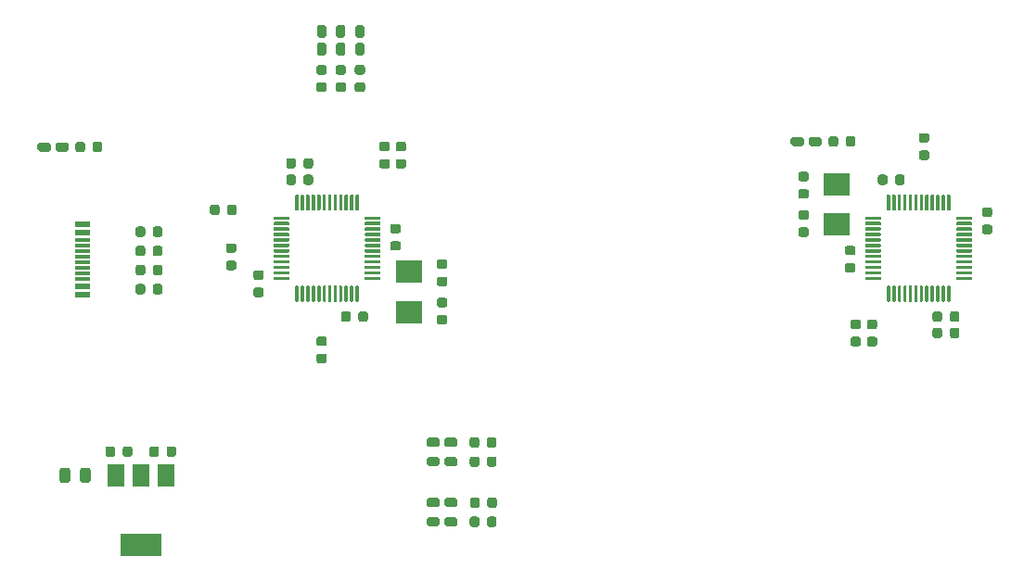
<source format=gbr>
%TF.GenerationSoftware,KiCad,Pcbnew,(5.1.6)-1*%
%TF.CreationDate,2020-09-28T21:59:18+02:00*%
%TF.ProjectId,BMP-Arduino,424d502d-4172-4647-9569-6e6f2e6b6963,0.1*%
%TF.SameCoordinates,Original*%
%TF.FileFunction,Paste,Top*%
%TF.FilePolarity,Positive*%
%FSLAX46Y46*%
G04 Gerber Fmt 4.6, Leading zero omitted, Abs format (unit mm)*
G04 Created by KiCad (PCBNEW (5.1.6)-1) date 2020-09-28 21:59:18*
%MOMM*%
%LPD*%
G01*
G04 APERTURE LIST*
%ADD10R,2.400000X2.000000*%
%ADD11R,1.450000X0.600000*%
%ADD12R,1.450000X0.300000*%
%ADD13R,1.500000X2.000000*%
%ADD14R,3.800000X2.000000*%
G04 APERTURE END LIST*
%TO.C,R9*%
G36*
G01*
X133685000Y-98991250D02*
X133685000Y-98478750D01*
G75*
G02*
X133903750Y-98260000I218750J0D01*
G01*
X134341250Y-98260000D01*
G75*
G02*
X134560000Y-98478750I0J-218750D01*
G01*
X134560000Y-98991250D01*
G75*
G02*
X134341250Y-99210000I-218750J0D01*
G01*
X133903750Y-99210000D01*
G75*
G02*
X133685000Y-98991250I0J218750D01*
G01*
G37*
G36*
G01*
X132110000Y-98991250D02*
X132110000Y-98478750D01*
G75*
G02*
X132328750Y-98260000I218750J0D01*
G01*
X132766250Y-98260000D01*
G75*
G02*
X132985000Y-98478750I0J-218750D01*
G01*
X132985000Y-98991250D01*
G75*
G02*
X132766250Y-99210000I-218750J0D01*
G01*
X132328750Y-99210000D01*
G75*
G02*
X132110000Y-98991250I0J218750D01*
G01*
G37*
%TD*%
%TO.C,R8*%
G36*
G01*
X133685000Y-100741250D02*
X133685000Y-100228750D01*
G75*
G02*
X133903750Y-100010000I218750J0D01*
G01*
X134341250Y-100010000D01*
G75*
G02*
X134560000Y-100228750I0J-218750D01*
G01*
X134560000Y-100741250D01*
G75*
G02*
X134341250Y-100960000I-218750J0D01*
G01*
X133903750Y-100960000D01*
G75*
G02*
X133685000Y-100741250I0J218750D01*
G01*
G37*
G36*
G01*
X132110000Y-100741250D02*
X132110000Y-100228750D01*
G75*
G02*
X132328750Y-100010000I218750J0D01*
G01*
X132766250Y-100010000D01*
G75*
G02*
X132985000Y-100228750I0J-218750D01*
G01*
X132985000Y-100741250D01*
G75*
G02*
X132766250Y-100960000I-218750J0D01*
G01*
X132328750Y-100960000D01*
G75*
G02*
X132110000Y-100741250I0J218750D01*
G01*
G37*
%TD*%
%TO.C,R7*%
G36*
G01*
X133722500Y-104491250D02*
X133722500Y-103978750D01*
G75*
G02*
X133941250Y-103760000I218750J0D01*
G01*
X134378750Y-103760000D01*
G75*
G02*
X134597500Y-103978750I0J-218750D01*
G01*
X134597500Y-104491250D01*
G75*
G02*
X134378750Y-104710000I-218750J0D01*
G01*
X133941250Y-104710000D01*
G75*
G02*
X133722500Y-104491250I0J218750D01*
G01*
G37*
G36*
G01*
X132147500Y-104491250D02*
X132147500Y-103978750D01*
G75*
G02*
X132366250Y-103760000I218750J0D01*
G01*
X132803750Y-103760000D01*
G75*
G02*
X133022500Y-103978750I0J-218750D01*
G01*
X133022500Y-104491250D01*
G75*
G02*
X132803750Y-104710000I-218750J0D01*
G01*
X132366250Y-104710000D01*
G75*
G02*
X132147500Y-104491250I0J218750D01*
G01*
G37*
%TD*%
%TO.C,R6*%
G36*
G01*
X133685000Y-106241250D02*
X133685000Y-105728750D01*
G75*
G02*
X133903750Y-105510000I218750J0D01*
G01*
X134341250Y-105510000D01*
G75*
G02*
X134560000Y-105728750I0J-218750D01*
G01*
X134560000Y-106241250D01*
G75*
G02*
X134341250Y-106460000I-218750J0D01*
G01*
X133903750Y-106460000D01*
G75*
G02*
X133685000Y-106241250I0J218750D01*
G01*
G37*
G36*
G01*
X132110000Y-106241250D02*
X132110000Y-105728750D01*
G75*
G02*
X132328750Y-105510000I218750J0D01*
G01*
X132766250Y-105510000D01*
G75*
G02*
X132985000Y-105728750I0J-218750D01*
G01*
X132985000Y-106241250D01*
G75*
G02*
X132766250Y-106460000I-218750J0D01*
G01*
X132328750Y-106460000D01*
G75*
G02*
X132110000Y-106241250I0J218750D01*
G01*
G37*
%TD*%
%TO.C,D5*%
G36*
G01*
X129785000Y-98947500D02*
X129785000Y-98522500D01*
G75*
G02*
X129997500Y-98310000I212500J0D01*
G01*
X130797500Y-98310000D01*
G75*
G02*
X131010000Y-98522500I0J-212500D01*
G01*
X131010000Y-98947500D01*
G75*
G02*
X130797500Y-99160000I-212500J0D01*
G01*
X129997500Y-99160000D01*
G75*
G02*
X129785000Y-98947500I0J212500D01*
G01*
G37*
G36*
G01*
X128160000Y-98947500D02*
X128160000Y-98522500D01*
G75*
G02*
X128372500Y-98310000I212500J0D01*
G01*
X129172500Y-98310000D01*
G75*
G02*
X129385000Y-98522500I0J-212500D01*
G01*
X129385000Y-98947500D01*
G75*
G02*
X129172500Y-99160000I-212500J0D01*
G01*
X128372500Y-99160000D01*
G75*
G02*
X128160000Y-98947500I0J212500D01*
G01*
G37*
%TD*%
%TO.C,D4*%
G36*
G01*
X129785000Y-100697500D02*
X129785000Y-100272500D01*
G75*
G02*
X129997500Y-100060000I212500J0D01*
G01*
X130797500Y-100060000D01*
G75*
G02*
X131010000Y-100272500I0J-212500D01*
G01*
X131010000Y-100697500D01*
G75*
G02*
X130797500Y-100910000I-212500J0D01*
G01*
X129997500Y-100910000D01*
G75*
G02*
X129785000Y-100697500I0J212500D01*
G01*
G37*
G36*
G01*
X128160000Y-100697500D02*
X128160000Y-100272500D01*
G75*
G02*
X128372500Y-100060000I212500J0D01*
G01*
X129172500Y-100060000D01*
G75*
G02*
X129385000Y-100272500I0J-212500D01*
G01*
X129385000Y-100697500D01*
G75*
G02*
X129172500Y-100910000I-212500J0D01*
G01*
X128372500Y-100910000D01*
G75*
G02*
X128160000Y-100697500I0J212500D01*
G01*
G37*
%TD*%
%TO.C,D3*%
G36*
G01*
X129785000Y-104447500D02*
X129785000Y-104022500D01*
G75*
G02*
X129997500Y-103810000I212500J0D01*
G01*
X130797500Y-103810000D01*
G75*
G02*
X131010000Y-104022500I0J-212500D01*
G01*
X131010000Y-104447500D01*
G75*
G02*
X130797500Y-104660000I-212500J0D01*
G01*
X129997500Y-104660000D01*
G75*
G02*
X129785000Y-104447500I0J212500D01*
G01*
G37*
G36*
G01*
X128160000Y-104447500D02*
X128160000Y-104022500D01*
G75*
G02*
X128372500Y-103810000I212500J0D01*
G01*
X129172500Y-103810000D01*
G75*
G02*
X129385000Y-104022500I0J-212500D01*
G01*
X129385000Y-104447500D01*
G75*
G02*
X129172500Y-104660000I-212500J0D01*
G01*
X128372500Y-104660000D01*
G75*
G02*
X128160000Y-104447500I0J212500D01*
G01*
G37*
%TD*%
%TO.C,D2*%
G36*
G01*
X129785000Y-106197500D02*
X129785000Y-105772500D01*
G75*
G02*
X129997500Y-105560000I212500J0D01*
G01*
X130797500Y-105560000D01*
G75*
G02*
X131010000Y-105772500I0J-212500D01*
G01*
X131010000Y-106197500D01*
G75*
G02*
X130797500Y-106410000I-212500J0D01*
G01*
X129997500Y-106410000D01*
G75*
G02*
X129785000Y-106197500I0J212500D01*
G01*
G37*
G36*
G01*
X128160000Y-106197500D02*
X128160000Y-105772500D01*
G75*
G02*
X128372500Y-105560000I212500J0D01*
G01*
X129172500Y-105560000D01*
G75*
G02*
X129385000Y-105772500I0J-212500D01*
G01*
X129385000Y-106197500D01*
G75*
G02*
X129172500Y-106410000I-212500J0D01*
G01*
X128372500Y-106410000D01*
G75*
G02*
X128160000Y-106197500I0J212500D01*
G01*
G37*
%TD*%
%TO.C,U2*%
G36*
G01*
X121985000Y-84485000D02*
X121985000Y-85810000D01*
G75*
G02*
X121910000Y-85885000I-75000J0D01*
G01*
X121760000Y-85885000D01*
G75*
G02*
X121685000Y-85810000I0J75000D01*
G01*
X121685000Y-84485000D01*
G75*
G02*
X121760000Y-84410000I75000J0D01*
G01*
X121910000Y-84410000D01*
G75*
G02*
X121985000Y-84485000I0J-75000D01*
G01*
G37*
G36*
G01*
X121485000Y-84485000D02*
X121485000Y-85810000D01*
G75*
G02*
X121410000Y-85885000I-75000J0D01*
G01*
X121260000Y-85885000D01*
G75*
G02*
X121185000Y-85810000I0J75000D01*
G01*
X121185000Y-84485000D01*
G75*
G02*
X121260000Y-84410000I75000J0D01*
G01*
X121410000Y-84410000D01*
G75*
G02*
X121485000Y-84485000I0J-75000D01*
G01*
G37*
G36*
G01*
X120985000Y-84485000D02*
X120985000Y-85810000D01*
G75*
G02*
X120910000Y-85885000I-75000J0D01*
G01*
X120760000Y-85885000D01*
G75*
G02*
X120685000Y-85810000I0J75000D01*
G01*
X120685000Y-84485000D01*
G75*
G02*
X120760000Y-84410000I75000J0D01*
G01*
X120910000Y-84410000D01*
G75*
G02*
X120985000Y-84485000I0J-75000D01*
G01*
G37*
G36*
G01*
X120485000Y-84485000D02*
X120485000Y-85810000D01*
G75*
G02*
X120410000Y-85885000I-75000J0D01*
G01*
X120260000Y-85885000D01*
G75*
G02*
X120185000Y-85810000I0J75000D01*
G01*
X120185000Y-84485000D01*
G75*
G02*
X120260000Y-84410000I75000J0D01*
G01*
X120410000Y-84410000D01*
G75*
G02*
X120485000Y-84485000I0J-75000D01*
G01*
G37*
G36*
G01*
X119985000Y-84485000D02*
X119985000Y-85810000D01*
G75*
G02*
X119910000Y-85885000I-75000J0D01*
G01*
X119760000Y-85885000D01*
G75*
G02*
X119685000Y-85810000I0J75000D01*
G01*
X119685000Y-84485000D01*
G75*
G02*
X119760000Y-84410000I75000J0D01*
G01*
X119910000Y-84410000D01*
G75*
G02*
X119985000Y-84485000I0J-75000D01*
G01*
G37*
G36*
G01*
X119485000Y-84485000D02*
X119485000Y-85810000D01*
G75*
G02*
X119410000Y-85885000I-75000J0D01*
G01*
X119260000Y-85885000D01*
G75*
G02*
X119185000Y-85810000I0J75000D01*
G01*
X119185000Y-84485000D01*
G75*
G02*
X119260000Y-84410000I75000J0D01*
G01*
X119410000Y-84410000D01*
G75*
G02*
X119485000Y-84485000I0J-75000D01*
G01*
G37*
G36*
G01*
X118985000Y-84485000D02*
X118985000Y-85810000D01*
G75*
G02*
X118910000Y-85885000I-75000J0D01*
G01*
X118760000Y-85885000D01*
G75*
G02*
X118685000Y-85810000I0J75000D01*
G01*
X118685000Y-84485000D01*
G75*
G02*
X118760000Y-84410000I75000J0D01*
G01*
X118910000Y-84410000D01*
G75*
G02*
X118985000Y-84485000I0J-75000D01*
G01*
G37*
G36*
G01*
X118485000Y-84485000D02*
X118485000Y-85810000D01*
G75*
G02*
X118410000Y-85885000I-75000J0D01*
G01*
X118260000Y-85885000D01*
G75*
G02*
X118185000Y-85810000I0J75000D01*
G01*
X118185000Y-84485000D01*
G75*
G02*
X118260000Y-84410000I75000J0D01*
G01*
X118410000Y-84410000D01*
G75*
G02*
X118485000Y-84485000I0J-75000D01*
G01*
G37*
G36*
G01*
X117985000Y-84485000D02*
X117985000Y-85810000D01*
G75*
G02*
X117910000Y-85885000I-75000J0D01*
G01*
X117760000Y-85885000D01*
G75*
G02*
X117685000Y-85810000I0J75000D01*
G01*
X117685000Y-84485000D01*
G75*
G02*
X117760000Y-84410000I75000J0D01*
G01*
X117910000Y-84410000D01*
G75*
G02*
X117985000Y-84485000I0J-75000D01*
G01*
G37*
G36*
G01*
X117485000Y-84485000D02*
X117485000Y-85810000D01*
G75*
G02*
X117410000Y-85885000I-75000J0D01*
G01*
X117260000Y-85885000D01*
G75*
G02*
X117185000Y-85810000I0J75000D01*
G01*
X117185000Y-84485000D01*
G75*
G02*
X117260000Y-84410000I75000J0D01*
G01*
X117410000Y-84410000D01*
G75*
G02*
X117485000Y-84485000I0J-75000D01*
G01*
G37*
G36*
G01*
X116985000Y-84485000D02*
X116985000Y-85810000D01*
G75*
G02*
X116910000Y-85885000I-75000J0D01*
G01*
X116760000Y-85885000D01*
G75*
G02*
X116685000Y-85810000I0J75000D01*
G01*
X116685000Y-84485000D01*
G75*
G02*
X116760000Y-84410000I75000J0D01*
G01*
X116910000Y-84410000D01*
G75*
G02*
X116985000Y-84485000I0J-75000D01*
G01*
G37*
G36*
G01*
X116485000Y-84485000D02*
X116485000Y-85810000D01*
G75*
G02*
X116410000Y-85885000I-75000J0D01*
G01*
X116260000Y-85885000D01*
G75*
G02*
X116185000Y-85810000I0J75000D01*
G01*
X116185000Y-84485000D01*
G75*
G02*
X116260000Y-84410000I75000J0D01*
G01*
X116410000Y-84410000D01*
G75*
G02*
X116485000Y-84485000I0J-75000D01*
G01*
G37*
G36*
G01*
X115660000Y-83660000D02*
X115660000Y-83810000D01*
G75*
G02*
X115585000Y-83885000I-75000J0D01*
G01*
X114260000Y-83885000D01*
G75*
G02*
X114185000Y-83810000I0J75000D01*
G01*
X114185000Y-83660000D01*
G75*
G02*
X114260000Y-83585000I75000J0D01*
G01*
X115585000Y-83585000D01*
G75*
G02*
X115660000Y-83660000I0J-75000D01*
G01*
G37*
G36*
G01*
X115660000Y-83160000D02*
X115660000Y-83310000D01*
G75*
G02*
X115585000Y-83385000I-75000J0D01*
G01*
X114260000Y-83385000D01*
G75*
G02*
X114185000Y-83310000I0J75000D01*
G01*
X114185000Y-83160000D01*
G75*
G02*
X114260000Y-83085000I75000J0D01*
G01*
X115585000Y-83085000D01*
G75*
G02*
X115660000Y-83160000I0J-75000D01*
G01*
G37*
G36*
G01*
X115660000Y-82660000D02*
X115660000Y-82810000D01*
G75*
G02*
X115585000Y-82885000I-75000J0D01*
G01*
X114260000Y-82885000D01*
G75*
G02*
X114185000Y-82810000I0J75000D01*
G01*
X114185000Y-82660000D01*
G75*
G02*
X114260000Y-82585000I75000J0D01*
G01*
X115585000Y-82585000D01*
G75*
G02*
X115660000Y-82660000I0J-75000D01*
G01*
G37*
G36*
G01*
X115660000Y-82160000D02*
X115660000Y-82310000D01*
G75*
G02*
X115585000Y-82385000I-75000J0D01*
G01*
X114260000Y-82385000D01*
G75*
G02*
X114185000Y-82310000I0J75000D01*
G01*
X114185000Y-82160000D01*
G75*
G02*
X114260000Y-82085000I75000J0D01*
G01*
X115585000Y-82085000D01*
G75*
G02*
X115660000Y-82160000I0J-75000D01*
G01*
G37*
G36*
G01*
X115660000Y-81660000D02*
X115660000Y-81810000D01*
G75*
G02*
X115585000Y-81885000I-75000J0D01*
G01*
X114260000Y-81885000D01*
G75*
G02*
X114185000Y-81810000I0J75000D01*
G01*
X114185000Y-81660000D01*
G75*
G02*
X114260000Y-81585000I75000J0D01*
G01*
X115585000Y-81585000D01*
G75*
G02*
X115660000Y-81660000I0J-75000D01*
G01*
G37*
G36*
G01*
X115660000Y-81160000D02*
X115660000Y-81310000D01*
G75*
G02*
X115585000Y-81385000I-75000J0D01*
G01*
X114260000Y-81385000D01*
G75*
G02*
X114185000Y-81310000I0J75000D01*
G01*
X114185000Y-81160000D01*
G75*
G02*
X114260000Y-81085000I75000J0D01*
G01*
X115585000Y-81085000D01*
G75*
G02*
X115660000Y-81160000I0J-75000D01*
G01*
G37*
G36*
G01*
X115660000Y-80660000D02*
X115660000Y-80810000D01*
G75*
G02*
X115585000Y-80885000I-75000J0D01*
G01*
X114260000Y-80885000D01*
G75*
G02*
X114185000Y-80810000I0J75000D01*
G01*
X114185000Y-80660000D01*
G75*
G02*
X114260000Y-80585000I75000J0D01*
G01*
X115585000Y-80585000D01*
G75*
G02*
X115660000Y-80660000I0J-75000D01*
G01*
G37*
G36*
G01*
X115660000Y-80160000D02*
X115660000Y-80310000D01*
G75*
G02*
X115585000Y-80385000I-75000J0D01*
G01*
X114260000Y-80385000D01*
G75*
G02*
X114185000Y-80310000I0J75000D01*
G01*
X114185000Y-80160000D01*
G75*
G02*
X114260000Y-80085000I75000J0D01*
G01*
X115585000Y-80085000D01*
G75*
G02*
X115660000Y-80160000I0J-75000D01*
G01*
G37*
G36*
G01*
X115660000Y-79660000D02*
X115660000Y-79810000D01*
G75*
G02*
X115585000Y-79885000I-75000J0D01*
G01*
X114260000Y-79885000D01*
G75*
G02*
X114185000Y-79810000I0J75000D01*
G01*
X114185000Y-79660000D01*
G75*
G02*
X114260000Y-79585000I75000J0D01*
G01*
X115585000Y-79585000D01*
G75*
G02*
X115660000Y-79660000I0J-75000D01*
G01*
G37*
G36*
G01*
X115660000Y-79160000D02*
X115660000Y-79310000D01*
G75*
G02*
X115585000Y-79385000I-75000J0D01*
G01*
X114260000Y-79385000D01*
G75*
G02*
X114185000Y-79310000I0J75000D01*
G01*
X114185000Y-79160000D01*
G75*
G02*
X114260000Y-79085000I75000J0D01*
G01*
X115585000Y-79085000D01*
G75*
G02*
X115660000Y-79160000I0J-75000D01*
G01*
G37*
G36*
G01*
X115660000Y-78660000D02*
X115660000Y-78810000D01*
G75*
G02*
X115585000Y-78885000I-75000J0D01*
G01*
X114260000Y-78885000D01*
G75*
G02*
X114185000Y-78810000I0J75000D01*
G01*
X114185000Y-78660000D01*
G75*
G02*
X114260000Y-78585000I75000J0D01*
G01*
X115585000Y-78585000D01*
G75*
G02*
X115660000Y-78660000I0J-75000D01*
G01*
G37*
G36*
G01*
X115660000Y-78160000D02*
X115660000Y-78310000D01*
G75*
G02*
X115585000Y-78385000I-75000J0D01*
G01*
X114260000Y-78385000D01*
G75*
G02*
X114185000Y-78310000I0J75000D01*
G01*
X114185000Y-78160000D01*
G75*
G02*
X114260000Y-78085000I75000J0D01*
G01*
X115585000Y-78085000D01*
G75*
G02*
X115660000Y-78160000I0J-75000D01*
G01*
G37*
G36*
G01*
X116485000Y-76160000D02*
X116485000Y-77485000D01*
G75*
G02*
X116410000Y-77560000I-75000J0D01*
G01*
X116260000Y-77560000D01*
G75*
G02*
X116185000Y-77485000I0J75000D01*
G01*
X116185000Y-76160000D01*
G75*
G02*
X116260000Y-76085000I75000J0D01*
G01*
X116410000Y-76085000D01*
G75*
G02*
X116485000Y-76160000I0J-75000D01*
G01*
G37*
G36*
G01*
X116985000Y-76160000D02*
X116985000Y-77485000D01*
G75*
G02*
X116910000Y-77560000I-75000J0D01*
G01*
X116760000Y-77560000D01*
G75*
G02*
X116685000Y-77485000I0J75000D01*
G01*
X116685000Y-76160000D01*
G75*
G02*
X116760000Y-76085000I75000J0D01*
G01*
X116910000Y-76085000D01*
G75*
G02*
X116985000Y-76160000I0J-75000D01*
G01*
G37*
G36*
G01*
X117485000Y-76160000D02*
X117485000Y-77485000D01*
G75*
G02*
X117410000Y-77560000I-75000J0D01*
G01*
X117260000Y-77560000D01*
G75*
G02*
X117185000Y-77485000I0J75000D01*
G01*
X117185000Y-76160000D01*
G75*
G02*
X117260000Y-76085000I75000J0D01*
G01*
X117410000Y-76085000D01*
G75*
G02*
X117485000Y-76160000I0J-75000D01*
G01*
G37*
G36*
G01*
X117985000Y-76160000D02*
X117985000Y-77485000D01*
G75*
G02*
X117910000Y-77560000I-75000J0D01*
G01*
X117760000Y-77560000D01*
G75*
G02*
X117685000Y-77485000I0J75000D01*
G01*
X117685000Y-76160000D01*
G75*
G02*
X117760000Y-76085000I75000J0D01*
G01*
X117910000Y-76085000D01*
G75*
G02*
X117985000Y-76160000I0J-75000D01*
G01*
G37*
G36*
G01*
X118485000Y-76160000D02*
X118485000Y-77485000D01*
G75*
G02*
X118410000Y-77560000I-75000J0D01*
G01*
X118260000Y-77560000D01*
G75*
G02*
X118185000Y-77485000I0J75000D01*
G01*
X118185000Y-76160000D01*
G75*
G02*
X118260000Y-76085000I75000J0D01*
G01*
X118410000Y-76085000D01*
G75*
G02*
X118485000Y-76160000I0J-75000D01*
G01*
G37*
G36*
G01*
X118985000Y-76160000D02*
X118985000Y-77485000D01*
G75*
G02*
X118910000Y-77560000I-75000J0D01*
G01*
X118760000Y-77560000D01*
G75*
G02*
X118685000Y-77485000I0J75000D01*
G01*
X118685000Y-76160000D01*
G75*
G02*
X118760000Y-76085000I75000J0D01*
G01*
X118910000Y-76085000D01*
G75*
G02*
X118985000Y-76160000I0J-75000D01*
G01*
G37*
G36*
G01*
X119485000Y-76160000D02*
X119485000Y-77485000D01*
G75*
G02*
X119410000Y-77560000I-75000J0D01*
G01*
X119260000Y-77560000D01*
G75*
G02*
X119185000Y-77485000I0J75000D01*
G01*
X119185000Y-76160000D01*
G75*
G02*
X119260000Y-76085000I75000J0D01*
G01*
X119410000Y-76085000D01*
G75*
G02*
X119485000Y-76160000I0J-75000D01*
G01*
G37*
G36*
G01*
X119985000Y-76160000D02*
X119985000Y-77485000D01*
G75*
G02*
X119910000Y-77560000I-75000J0D01*
G01*
X119760000Y-77560000D01*
G75*
G02*
X119685000Y-77485000I0J75000D01*
G01*
X119685000Y-76160000D01*
G75*
G02*
X119760000Y-76085000I75000J0D01*
G01*
X119910000Y-76085000D01*
G75*
G02*
X119985000Y-76160000I0J-75000D01*
G01*
G37*
G36*
G01*
X120485000Y-76160000D02*
X120485000Y-77485000D01*
G75*
G02*
X120410000Y-77560000I-75000J0D01*
G01*
X120260000Y-77560000D01*
G75*
G02*
X120185000Y-77485000I0J75000D01*
G01*
X120185000Y-76160000D01*
G75*
G02*
X120260000Y-76085000I75000J0D01*
G01*
X120410000Y-76085000D01*
G75*
G02*
X120485000Y-76160000I0J-75000D01*
G01*
G37*
G36*
G01*
X120985000Y-76160000D02*
X120985000Y-77485000D01*
G75*
G02*
X120910000Y-77560000I-75000J0D01*
G01*
X120760000Y-77560000D01*
G75*
G02*
X120685000Y-77485000I0J75000D01*
G01*
X120685000Y-76160000D01*
G75*
G02*
X120760000Y-76085000I75000J0D01*
G01*
X120910000Y-76085000D01*
G75*
G02*
X120985000Y-76160000I0J-75000D01*
G01*
G37*
G36*
G01*
X121485000Y-76160000D02*
X121485000Y-77485000D01*
G75*
G02*
X121410000Y-77560000I-75000J0D01*
G01*
X121260000Y-77560000D01*
G75*
G02*
X121185000Y-77485000I0J75000D01*
G01*
X121185000Y-76160000D01*
G75*
G02*
X121260000Y-76085000I75000J0D01*
G01*
X121410000Y-76085000D01*
G75*
G02*
X121485000Y-76160000I0J-75000D01*
G01*
G37*
G36*
G01*
X121985000Y-76160000D02*
X121985000Y-77485000D01*
G75*
G02*
X121910000Y-77560000I-75000J0D01*
G01*
X121760000Y-77560000D01*
G75*
G02*
X121685000Y-77485000I0J75000D01*
G01*
X121685000Y-76160000D01*
G75*
G02*
X121760000Y-76085000I75000J0D01*
G01*
X121910000Y-76085000D01*
G75*
G02*
X121985000Y-76160000I0J-75000D01*
G01*
G37*
G36*
G01*
X123985000Y-78160000D02*
X123985000Y-78310000D01*
G75*
G02*
X123910000Y-78385000I-75000J0D01*
G01*
X122585000Y-78385000D01*
G75*
G02*
X122510000Y-78310000I0J75000D01*
G01*
X122510000Y-78160000D01*
G75*
G02*
X122585000Y-78085000I75000J0D01*
G01*
X123910000Y-78085000D01*
G75*
G02*
X123985000Y-78160000I0J-75000D01*
G01*
G37*
G36*
G01*
X123985000Y-78660000D02*
X123985000Y-78810000D01*
G75*
G02*
X123910000Y-78885000I-75000J0D01*
G01*
X122585000Y-78885000D01*
G75*
G02*
X122510000Y-78810000I0J75000D01*
G01*
X122510000Y-78660000D01*
G75*
G02*
X122585000Y-78585000I75000J0D01*
G01*
X123910000Y-78585000D01*
G75*
G02*
X123985000Y-78660000I0J-75000D01*
G01*
G37*
G36*
G01*
X123985000Y-79160000D02*
X123985000Y-79310000D01*
G75*
G02*
X123910000Y-79385000I-75000J0D01*
G01*
X122585000Y-79385000D01*
G75*
G02*
X122510000Y-79310000I0J75000D01*
G01*
X122510000Y-79160000D01*
G75*
G02*
X122585000Y-79085000I75000J0D01*
G01*
X123910000Y-79085000D01*
G75*
G02*
X123985000Y-79160000I0J-75000D01*
G01*
G37*
G36*
G01*
X123985000Y-79660000D02*
X123985000Y-79810000D01*
G75*
G02*
X123910000Y-79885000I-75000J0D01*
G01*
X122585000Y-79885000D01*
G75*
G02*
X122510000Y-79810000I0J75000D01*
G01*
X122510000Y-79660000D01*
G75*
G02*
X122585000Y-79585000I75000J0D01*
G01*
X123910000Y-79585000D01*
G75*
G02*
X123985000Y-79660000I0J-75000D01*
G01*
G37*
G36*
G01*
X123985000Y-80160000D02*
X123985000Y-80310000D01*
G75*
G02*
X123910000Y-80385000I-75000J0D01*
G01*
X122585000Y-80385000D01*
G75*
G02*
X122510000Y-80310000I0J75000D01*
G01*
X122510000Y-80160000D01*
G75*
G02*
X122585000Y-80085000I75000J0D01*
G01*
X123910000Y-80085000D01*
G75*
G02*
X123985000Y-80160000I0J-75000D01*
G01*
G37*
G36*
G01*
X123985000Y-80660000D02*
X123985000Y-80810000D01*
G75*
G02*
X123910000Y-80885000I-75000J0D01*
G01*
X122585000Y-80885000D01*
G75*
G02*
X122510000Y-80810000I0J75000D01*
G01*
X122510000Y-80660000D01*
G75*
G02*
X122585000Y-80585000I75000J0D01*
G01*
X123910000Y-80585000D01*
G75*
G02*
X123985000Y-80660000I0J-75000D01*
G01*
G37*
G36*
G01*
X123985000Y-81160000D02*
X123985000Y-81310000D01*
G75*
G02*
X123910000Y-81385000I-75000J0D01*
G01*
X122585000Y-81385000D01*
G75*
G02*
X122510000Y-81310000I0J75000D01*
G01*
X122510000Y-81160000D01*
G75*
G02*
X122585000Y-81085000I75000J0D01*
G01*
X123910000Y-81085000D01*
G75*
G02*
X123985000Y-81160000I0J-75000D01*
G01*
G37*
G36*
G01*
X123985000Y-81660000D02*
X123985000Y-81810000D01*
G75*
G02*
X123910000Y-81885000I-75000J0D01*
G01*
X122585000Y-81885000D01*
G75*
G02*
X122510000Y-81810000I0J75000D01*
G01*
X122510000Y-81660000D01*
G75*
G02*
X122585000Y-81585000I75000J0D01*
G01*
X123910000Y-81585000D01*
G75*
G02*
X123985000Y-81660000I0J-75000D01*
G01*
G37*
G36*
G01*
X123985000Y-82160000D02*
X123985000Y-82310000D01*
G75*
G02*
X123910000Y-82385000I-75000J0D01*
G01*
X122585000Y-82385000D01*
G75*
G02*
X122510000Y-82310000I0J75000D01*
G01*
X122510000Y-82160000D01*
G75*
G02*
X122585000Y-82085000I75000J0D01*
G01*
X123910000Y-82085000D01*
G75*
G02*
X123985000Y-82160000I0J-75000D01*
G01*
G37*
G36*
G01*
X123985000Y-82660000D02*
X123985000Y-82810000D01*
G75*
G02*
X123910000Y-82885000I-75000J0D01*
G01*
X122585000Y-82885000D01*
G75*
G02*
X122510000Y-82810000I0J75000D01*
G01*
X122510000Y-82660000D01*
G75*
G02*
X122585000Y-82585000I75000J0D01*
G01*
X123910000Y-82585000D01*
G75*
G02*
X123985000Y-82660000I0J-75000D01*
G01*
G37*
G36*
G01*
X123985000Y-83160000D02*
X123985000Y-83310000D01*
G75*
G02*
X123910000Y-83385000I-75000J0D01*
G01*
X122585000Y-83385000D01*
G75*
G02*
X122510000Y-83310000I0J75000D01*
G01*
X122510000Y-83160000D01*
G75*
G02*
X122585000Y-83085000I75000J0D01*
G01*
X123910000Y-83085000D01*
G75*
G02*
X123985000Y-83160000I0J-75000D01*
G01*
G37*
G36*
G01*
X123985000Y-83660000D02*
X123985000Y-83810000D01*
G75*
G02*
X123910000Y-83885000I-75000J0D01*
G01*
X122585000Y-83885000D01*
G75*
G02*
X122510000Y-83810000I0J75000D01*
G01*
X122510000Y-83660000D01*
G75*
G02*
X122585000Y-83585000I75000J0D01*
G01*
X123910000Y-83585000D01*
G75*
G02*
X123985000Y-83660000I0J-75000D01*
G01*
G37*
%TD*%
%TO.C,R13*%
G36*
G01*
X124078750Y-72835000D02*
X124591250Y-72835000D01*
G75*
G02*
X124810000Y-73053750I0J-218750D01*
G01*
X124810000Y-73491250D01*
G75*
G02*
X124591250Y-73710000I-218750J0D01*
G01*
X124078750Y-73710000D01*
G75*
G02*
X123860000Y-73491250I0J218750D01*
G01*
X123860000Y-73053750D01*
G75*
G02*
X124078750Y-72835000I218750J0D01*
G01*
G37*
G36*
G01*
X124078750Y-71260000D02*
X124591250Y-71260000D01*
G75*
G02*
X124810000Y-71478750I0J-218750D01*
G01*
X124810000Y-71916250D01*
G75*
G02*
X124591250Y-72135000I-218750J0D01*
G01*
X124078750Y-72135000D01*
G75*
G02*
X123860000Y-71916250I0J218750D01*
G01*
X123860000Y-71478750D01*
G75*
G02*
X124078750Y-71260000I218750J0D01*
G01*
G37*
%TD*%
%TO.C,C10*%
G36*
G01*
X115360000Y-73491250D02*
X115360000Y-72978750D01*
G75*
G02*
X115578750Y-72760000I218750J0D01*
G01*
X116016250Y-72760000D01*
G75*
G02*
X116235000Y-72978750I0J-218750D01*
G01*
X116235000Y-73491250D01*
G75*
G02*
X116016250Y-73710000I-218750J0D01*
G01*
X115578750Y-73710000D01*
G75*
G02*
X115360000Y-73491250I0J218750D01*
G01*
G37*
G36*
G01*
X116935000Y-73491250D02*
X116935000Y-72978750D01*
G75*
G02*
X117153750Y-72760000I218750J0D01*
G01*
X117591250Y-72760000D01*
G75*
G02*
X117810000Y-72978750I0J-218750D01*
G01*
X117810000Y-73491250D01*
G75*
G02*
X117591250Y-73710000I-218750J0D01*
G01*
X117153750Y-73710000D01*
G75*
G02*
X116935000Y-73491250I0J218750D01*
G01*
G37*
%TD*%
%TO.C,C8*%
G36*
G01*
X122810000Y-86978750D02*
X122810000Y-87491250D01*
G75*
G02*
X122591250Y-87710000I-218750J0D01*
G01*
X122153750Y-87710000D01*
G75*
G02*
X121935000Y-87491250I0J218750D01*
G01*
X121935000Y-86978750D01*
G75*
G02*
X122153750Y-86760000I218750J0D01*
G01*
X122591250Y-86760000D01*
G75*
G02*
X122810000Y-86978750I0J-218750D01*
G01*
G37*
G36*
G01*
X121235000Y-86978750D02*
X121235000Y-87491250D01*
G75*
G02*
X121016250Y-87710000I-218750J0D01*
G01*
X120578750Y-87710000D01*
G75*
G02*
X120360000Y-87491250I0J218750D01*
G01*
X120360000Y-86978750D01*
G75*
G02*
X120578750Y-86760000I218750J0D01*
G01*
X121016250Y-86760000D01*
G75*
G02*
X121235000Y-86978750I0J-218750D01*
G01*
G37*
%TD*%
%TO.C,C9*%
G36*
G01*
X125078750Y-78760000D02*
X125591250Y-78760000D01*
G75*
G02*
X125810000Y-78978750I0J-218750D01*
G01*
X125810000Y-79416250D01*
G75*
G02*
X125591250Y-79635000I-218750J0D01*
G01*
X125078750Y-79635000D01*
G75*
G02*
X124860000Y-79416250I0J218750D01*
G01*
X124860000Y-78978750D01*
G75*
G02*
X125078750Y-78760000I218750J0D01*
G01*
G37*
G36*
G01*
X125078750Y-80335000D02*
X125591250Y-80335000D01*
G75*
G02*
X125810000Y-80553750I0J-218750D01*
G01*
X125810000Y-80991250D01*
G75*
G02*
X125591250Y-81210000I-218750J0D01*
G01*
X125078750Y-81210000D01*
G75*
G02*
X124860000Y-80991250I0J218750D01*
G01*
X124860000Y-80553750D01*
G75*
G02*
X125078750Y-80335000I218750J0D01*
G01*
G37*
%TD*%
%TO.C,C4*%
G36*
G01*
X129841250Y-87960000D02*
X129328750Y-87960000D01*
G75*
G02*
X129110000Y-87741250I0J218750D01*
G01*
X129110000Y-87303750D01*
G75*
G02*
X129328750Y-87085000I218750J0D01*
G01*
X129841250Y-87085000D01*
G75*
G02*
X130060000Y-87303750I0J-218750D01*
G01*
X130060000Y-87741250D01*
G75*
G02*
X129841250Y-87960000I-218750J0D01*
G01*
G37*
G36*
G01*
X129841250Y-86385000D02*
X129328750Y-86385000D01*
G75*
G02*
X129110000Y-86166250I0J218750D01*
G01*
X129110000Y-85728750D01*
G75*
G02*
X129328750Y-85510000I218750J0D01*
G01*
X129841250Y-85510000D01*
G75*
G02*
X130060000Y-85728750I0J-218750D01*
G01*
X130060000Y-86166250D01*
G75*
G02*
X129841250Y-86385000I-218750J0D01*
G01*
G37*
%TD*%
%TO.C,C7*%
G36*
G01*
X115360000Y-74991250D02*
X115360000Y-74478750D01*
G75*
G02*
X115578750Y-74260000I218750J0D01*
G01*
X116016250Y-74260000D01*
G75*
G02*
X116235000Y-74478750I0J-218750D01*
G01*
X116235000Y-74991250D01*
G75*
G02*
X116016250Y-75210000I-218750J0D01*
G01*
X115578750Y-75210000D01*
G75*
G02*
X115360000Y-74991250I0J218750D01*
G01*
G37*
G36*
G01*
X116935000Y-74991250D02*
X116935000Y-74478750D01*
G75*
G02*
X117153750Y-74260000I218750J0D01*
G01*
X117591250Y-74260000D01*
G75*
G02*
X117810000Y-74478750I0J-218750D01*
G01*
X117810000Y-74991250D01*
G75*
G02*
X117591250Y-75210000I-218750J0D01*
G01*
X117153750Y-75210000D01*
G75*
G02*
X116935000Y-74991250I0J218750D01*
G01*
G37*
%TD*%
%TO.C,C5*%
G36*
G01*
X129328750Y-82010000D02*
X129841250Y-82010000D01*
G75*
G02*
X130060000Y-82228750I0J-218750D01*
G01*
X130060000Y-82666250D01*
G75*
G02*
X129841250Y-82885000I-218750J0D01*
G01*
X129328750Y-82885000D01*
G75*
G02*
X129110000Y-82666250I0J218750D01*
G01*
X129110000Y-82228750D01*
G75*
G02*
X129328750Y-82010000I218750J0D01*
G01*
G37*
G36*
G01*
X129328750Y-83585000D02*
X129841250Y-83585000D01*
G75*
G02*
X130060000Y-83803750I0J-218750D01*
G01*
X130060000Y-84241250D01*
G75*
G02*
X129841250Y-84460000I-218750J0D01*
G01*
X129328750Y-84460000D01*
G75*
G02*
X129110000Y-84241250I0J218750D01*
G01*
X129110000Y-83803750D01*
G75*
G02*
X129328750Y-83585000I218750J0D01*
G01*
G37*
%TD*%
%TO.C,C3*%
G36*
G01*
X126091250Y-72135000D02*
X125578750Y-72135000D01*
G75*
G02*
X125360000Y-71916250I0J218750D01*
G01*
X125360000Y-71478750D01*
G75*
G02*
X125578750Y-71260000I218750J0D01*
G01*
X126091250Y-71260000D01*
G75*
G02*
X126310000Y-71478750I0J-218750D01*
G01*
X126310000Y-71916250D01*
G75*
G02*
X126091250Y-72135000I-218750J0D01*
G01*
G37*
G36*
G01*
X126091250Y-73710000D02*
X125578750Y-73710000D01*
G75*
G02*
X125360000Y-73491250I0J218750D01*
G01*
X125360000Y-73053750D01*
G75*
G02*
X125578750Y-72835000I218750J0D01*
G01*
X126091250Y-72835000D01*
G75*
G02*
X126310000Y-73053750I0J-218750D01*
G01*
X126310000Y-73491250D01*
G75*
G02*
X126091250Y-73710000I-218750J0D01*
G01*
G37*
%TD*%
%TO.C,R16*%
G36*
G01*
X118841250Y-91497500D02*
X118328750Y-91497500D01*
G75*
G02*
X118110000Y-91278750I0J218750D01*
G01*
X118110000Y-90841250D01*
G75*
G02*
X118328750Y-90622500I218750J0D01*
G01*
X118841250Y-90622500D01*
G75*
G02*
X119060000Y-90841250I0J-218750D01*
G01*
X119060000Y-91278750D01*
G75*
G02*
X118841250Y-91497500I-218750J0D01*
G01*
G37*
G36*
G01*
X118841250Y-89922500D02*
X118328750Y-89922500D01*
G75*
G02*
X118110000Y-89703750I0J218750D01*
G01*
X118110000Y-89266250D01*
G75*
G02*
X118328750Y-89047500I218750J0D01*
G01*
X118841250Y-89047500D01*
G75*
G02*
X119060000Y-89266250I0J-218750D01*
G01*
X119060000Y-89703750D01*
G75*
G02*
X118841250Y-89922500I-218750J0D01*
G01*
G37*
%TD*%
D10*
%TO.C,Y1*%
X126585000Y-86835000D03*
X126585000Y-83135000D03*
%TD*%
%TO.C,C6*%
G36*
G01*
X113091250Y-85460000D02*
X112578750Y-85460000D01*
G75*
G02*
X112360000Y-85241250I0J218750D01*
G01*
X112360000Y-84803750D01*
G75*
G02*
X112578750Y-84585000I218750J0D01*
G01*
X113091250Y-84585000D01*
G75*
G02*
X113310000Y-84803750I0J-218750D01*
G01*
X113310000Y-85241250D01*
G75*
G02*
X113091250Y-85460000I-218750J0D01*
G01*
G37*
G36*
G01*
X113091250Y-83885000D02*
X112578750Y-83885000D01*
G75*
G02*
X112360000Y-83666250I0J218750D01*
G01*
X112360000Y-83228750D01*
G75*
G02*
X112578750Y-83010000I218750J0D01*
G01*
X113091250Y-83010000D01*
G75*
G02*
X113310000Y-83228750I0J-218750D01*
G01*
X113310000Y-83666250D01*
G75*
G02*
X113091250Y-83885000I-218750J0D01*
G01*
G37*
%TD*%
%TO.C,FB1*%
G36*
G01*
X95635000Y-101278750D02*
X95635000Y-102191250D01*
G75*
G02*
X95391250Y-102435000I-243750J0D01*
G01*
X94903750Y-102435000D01*
G75*
G02*
X94660000Y-102191250I0J243750D01*
G01*
X94660000Y-101278750D01*
G75*
G02*
X94903750Y-101035000I243750J0D01*
G01*
X95391250Y-101035000D01*
G75*
G02*
X95635000Y-101278750I0J-243750D01*
G01*
G37*
G36*
G01*
X97510000Y-101278750D02*
X97510000Y-102191250D01*
G75*
G02*
X97266250Y-102435000I-243750J0D01*
G01*
X96778750Y-102435000D01*
G75*
G02*
X96535000Y-102191250I0J243750D01*
G01*
X96535000Y-101278750D01*
G75*
G02*
X96778750Y-101035000I243750J0D01*
G01*
X97266250Y-101035000D01*
G75*
G02*
X97510000Y-101278750I0J-243750D01*
G01*
G37*
%TD*%
%TO.C,U4*%
G36*
G01*
X168185000Y-78310000D02*
X168185000Y-78160000D01*
G75*
G02*
X168260000Y-78085000I75000J0D01*
G01*
X169585000Y-78085000D01*
G75*
G02*
X169660000Y-78160000I0J-75000D01*
G01*
X169660000Y-78310000D01*
G75*
G02*
X169585000Y-78385000I-75000J0D01*
G01*
X168260000Y-78385000D01*
G75*
G02*
X168185000Y-78310000I0J75000D01*
G01*
G37*
G36*
G01*
X168185000Y-78810000D02*
X168185000Y-78660000D01*
G75*
G02*
X168260000Y-78585000I75000J0D01*
G01*
X169585000Y-78585000D01*
G75*
G02*
X169660000Y-78660000I0J-75000D01*
G01*
X169660000Y-78810000D01*
G75*
G02*
X169585000Y-78885000I-75000J0D01*
G01*
X168260000Y-78885000D01*
G75*
G02*
X168185000Y-78810000I0J75000D01*
G01*
G37*
G36*
G01*
X168185000Y-79310000D02*
X168185000Y-79160000D01*
G75*
G02*
X168260000Y-79085000I75000J0D01*
G01*
X169585000Y-79085000D01*
G75*
G02*
X169660000Y-79160000I0J-75000D01*
G01*
X169660000Y-79310000D01*
G75*
G02*
X169585000Y-79385000I-75000J0D01*
G01*
X168260000Y-79385000D01*
G75*
G02*
X168185000Y-79310000I0J75000D01*
G01*
G37*
G36*
G01*
X168185000Y-79810000D02*
X168185000Y-79660000D01*
G75*
G02*
X168260000Y-79585000I75000J0D01*
G01*
X169585000Y-79585000D01*
G75*
G02*
X169660000Y-79660000I0J-75000D01*
G01*
X169660000Y-79810000D01*
G75*
G02*
X169585000Y-79885000I-75000J0D01*
G01*
X168260000Y-79885000D01*
G75*
G02*
X168185000Y-79810000I0J75000D01*
G01*
G37*
G36*
G01*
X168185000Y-80310000D02*
X168185000Y-80160000D01*
G75*
G02*
X168260000Y-80085000I75000J0D01*
G01*
X169585000Y-80085000D01*
G75*
G02*
X169660000Y-80160000I0J-75000D01*
G01*
X169660000Y-80310000D01*
G75*
G02*
X169585000Y-80385000I-75000J0D01*
G01*
X168260000Y-80385000D01*
G75*
G02*
X168185000Y-80310000I0J75000D01*
G01*
G37*
G36*
G01*
X168185000Y-80810000D02*
X168185000Y-80660000D01*
G75*
G02*
X168260000Y-80585000I75000J0D01*
G01*
X169585000Y-80585000D01*
G75*
G02*
X169660000Y-80660000I0J-75000D01*
G01*
X169660000Y-80810000D01*
G75*
G02*
X169585000Y-80885000I-75000J0D01*
G01*
X168260000Y-80885000D01*
G75*
G02*
X168185000Y-80810000I0J75000D01*
G01*
G37*
G36*
G01*
X168185000Y-81310000D02*
X168185000Y-81160000D01*
G75*
G02*
X168260000Y-81085000I75000J0D01*
G01*
X169585000Y-81085000D01*
G75*
G02*
X169660000Y-81160000I0J-75000D01*
G01*
X169660000Y-81310000D01*
G75*
G02*
X169585000Y-81385000I-75000J0D01*
G01*
X168260000Y-81385000D01*
G75*
G02*
X168185000Y-81310000I0J75000D01*
G01*
G37*
G36*
G01*
X168185000Y-81810000D02*
X168185000Y-81660000D01*
G75*
G02*
X168260000Y-81585000I75000J0D01*
G01*
X169585000Y-81585000D01*
G75*
G02*
X169660000Y-81660000I0J-75000D01*
G01*
X169660000Y-81810000D01*
G75*
G02*
X169585000Y-81885000I-75000J0D01*
G01*
X168260000Y-81885000D01*
G75*
G02*
X168185000Y-81810000I0J75000D01*
G01*
G37*
G36*
G01*
X168185000Y-82310000D02*
X168185000Y-82160000D01*
G75*
G02*
X168260000Y-82085000I75000J0D01*
G01*
X169585000Y-82085000D01*
G75*
G02*
X169660000Y-82160000I0J-75000D01*
G01*
X169660000Y-82310000D01*
G75*
G02*
X169585000Y-82385000I-75000J0D01*
G01*
X168260000Y-82385000D01*
G75*
G02*
X168185000Y-82310000I0J75000D01*
G01*
G37*
G36*
G01*
X168185000Y-82810000D02*
X168185000Y-82660000D01*
G75*
G02*
X168260000Y-82585000I75000J0D01*
G01*
X169585000Y-82585000D01*
G75*
G02*
X169660000Y-82660000I0J-75000D01*
G01*
X169660000Y-82810000D01*
G75*
G02*
X169585000Y-82885000I-75000J0D01*
G01*
X168260000Y-82885000D01*
G75*
G02*
X168185000Y-82810000I0J75000D01*
G01*
G37*
G36*
G01*
X168185000Y-83310000D02*
X168185000Y-83160000D01*
G75*
G02*
X168260000Y-83085000I75000J0D01*
G01*
X169585000Y-83085000D01*
G75*
G02*
X169660000Y-83160000I0J-75000D01*
G01*
X169660000Y-83310000D01*
G75*
G02*
X169585000Y-83385000I-75000J0D01*
G01*
X168260000Y-83385000D01*
G75*
G02*
X168185000Y-83310000I0J75000D01*
G01*
G37*
G36*
G01*
X168185000Y-83810000D02*
X168185000Y-83660000D01*
G75*
G02*
X168260000Y-83585000I75000J0D01*
G01*
X169585000Y-83585000D01*
G75*
G02*
X169660000Y-83660000I0J-75000D01*
G01*
X169660000Y-83810000D01*
G75*
G02*
X169585000Y-83885000I-75000J0D01*
G01*
X168260000Y-83885000D01*
G75*
G02*
X168185000Y-83810000I0J75000D01*
G01*
G37*
G36*
G01*
X170185000Y-85810000D02*
X170185000Y-84485000D01*
G75*
G02*
X170260000Y-84410000I75000J0D01*
G01*
X170410000Y-84410000D01*
G75*
G02*
X170485000Y-84485000I0J-75000D01*
G01*
X170485000Y-85810000D01*
G75*
G02*
X170410000Y-85885000I-75000J0D01*
G01*
X170260000Y-85885000D01*
G75*
G02*
X170185000Y-85810000I0J75000D01*
G01*
G37*
G36*
G01*
X170685000Y-85810000D02*
X170685000Y-84485000D01*
G75*
G02*
X170760000Y-84410000I75000J0D01*
G01*
X170910000Y-84410000D01*
G75*
G02*
X170985000Y-84485000I0J-75000D01*
G01*
X170985000Y-85810000D01*
G75*
G02*
X170910000Y-85885000I-75000J0D01*
G01*
X170760000Y-85885000D01*
G75*
G02*
X170685000Y-85810000I0J75000D01*
G01*
G37*
G36*
G01*
X171185000Y-85810000D02*
X171185000Y-84485000D01*
G75*
G02*
X171260000Y-84410000I75000J0D01*
G01*
X171410000Y-84410000D01*
G75*
G02*
X171485000Y-84485000I0J-75000D01*
G01*
X171485000Y-85810000D01*
G75*
G02*
X171410000Y-85885000I-75000J0D01*
G01*
X171260000Y-85885000D01*
G75*
G02*
X171185000Y-85810000I0J75000D01*
G01*
G37*
G36*
G01*
X171685000Y-85810000D02*
X171685000Y-84485000D01*
G75*
G02*
X171760000Y-84410000I75000J0D01*
G01*
X171910000Y-84410000D01*
G75*
G02*
X171985000Y-84485000I0J-75000D01*
G01*
X171985000Y-85810000D01*
G75*
G02*
X171910000Y-85885000I-75000J0D01*
G01*
X171760000Y-85885000D01*
G75*
G02*
X171685000Y-85810000I0J75000D01*
G01*
G37*
G36*
G01*
X172185000Y-85810000D02*
X172185000Y-84485000D01*
G75*
G02*
X172260000Y-84410000I75000J0D01*
G01*
X172410000Y-84410000D01*
G75*
G02*
X172485000Y-84485000I0J-75000D01*
G01*
X172485000Y-85810000D01*
G75*
G02*
X172410000Y-85885000I-75000J0D01*
G01*
X172260000Y-85885000D01*
G75*
G02*
X172185000Y-85810000I0J75000D01*
G01*
G37*
G36*
G01*
X172685000Y-85810000D02*
X172685000Y-84485000D01*
G75*
G02*
X172760000Y-84410000I75000J0D01*
G01*
X172910000Y-84410000D01*
G75*
G02*
X172985000Y-84485000I0J-75000D01*
G01*
X172985000Y-85810000D01*
G75*
G02*
X172910000Y-85885000I-75000J0D01*
G01*
X172760000Y-85885000D01*
G75*
G02*
X172685000Y-85810000I0J75000D01*
G01*
G37*
G36*
G01*
X173185000Y-85810000D02*
X173185000Y-84485000D01*
G75*
G02*
X173260000Y-84410000I75000J0D01*
G01*
X173410000Y-84410000D01*
G75*
G02*
X173485000Y-84485000I0J-75000D01*
G01*
X173485000Y-85810000D01*
G75*
G02*
X173410000Y-85885000I-75000J0D01*
G01*
X173260000Y-85885000D01*
G75*
G02*
X173185000Y-85810000I0J75000D01*
G01*
G37*
G36*
G01*
X173685000Y-85810000D02*
X173685000Y-84485000D01*
G75*
G02*
X173760000Y-84410000I75000J0D01*
G01*
X173910000Y-84410000D01*
G75*
G02*
X173985000Y-84485000I0J-75000D01*
G01*
X173985000Y-85810000D01*
G75*
G02*
X173910000Y-85885000I-75000J0D01*
G01*
X173760000Y-85885000D01*
G75*
G02*
X173685000Y-85810000I0J75000D01*
G01*
G37*
G36*
G01*
X174185000Y-85810000D02*
X174185000Y-84485000D01*
G75*
G02*
X174260000Y-84410000I75000J0D01*
G01*
X174410000Y-84410000D01*
G75*
G02*
X174485000Y-84485000I0J-75000D01*
G01*
X174485000Y-85810000D01*
G75*
G02*
X174410000Y-85885000I-75000J0D01*
G01*
X174260000Y-85885000D01*
G75*
G02*
X174185000Y-85810000I0J75000D01*
G01*
G37*
G36*
G01*
X174685000Y-85810000D02*
X174685000Y-84485000D01*
G75*
G02*
X174760000Y-84410000I75000J0D01*
G01*
X174910000Y-84410000D01*
G75*
G02*
X174985000Y-84485000I0J-75000D01*
G01*
X174985000Y-85810000D01*
G75*
G02*
X174910000Y-85885000I-75000J0D01*
G01*
X174760000Y-85885000D01*
G75*
G02*
X174685000Y-85810000I0J75000D01*
G01*
G37*
G36*
G01*
X175185000Y-85810000D02*
X175185000Y-84485000D01*
G75*
G02*
X175260000Y-84410000I75000J0D01*
G01*
X175410000Y-84410000D01*
G75*
G02*
X175485000Y-84485000I0J-75000D01*
G01*
X175485000Y-85810000D01*
G75*
G02*
X175410000Y-85885000I-75000J0D01*
G01*
X175260000Y-85885000D01*
G75*
G02*
X175185000Y-85810000I0J75000D01*
G01*
G37*
G36*
G01*
X175685000Y-85810000D02*
X175685000Y-84485000D01*
G75*
G02*
X175760000Y-84410000I75000J0D01*
G01*
X175910000Y-84410000D01*
G75*
G02*
X175985000Y-84485000I0J-75000D01*
G01*
X175985000Y-85810000D01*
G75*
G02*
X175910000Y-85885000I-75000J0D01*
G01*
X175760000Y-85885000D01*
G75*
G02*
X175685000Y-85810000I0J75000D01*
G01*
G37*
G36*
G01*
X176510000Y-83810000D02*
X176510000Y-83660000D01*
G75*
G02*
X176585000Y-83585000I75000J0D01*
G01*
X177910000Y-83585000D01*
G75*
G02*
X177985000Y-83660000I0J-75000D01*
G01*
X177985000Y-83810000D01*
G75*
G02*
X177910000Y-83885000I-75000J0D01*
G01*
X176585000Y-83885000D01*
G75*
G02*
X176510000Y-83810000I0J75000D01*
G01*
G37*
G36*
G01*
X176510000Y-83310000D02*
X176510000Y-83160000D01*
G75*
G02*
X176585000Y-83085000I75000J0D01*
G01*
X177910000Y-83085000D01*
G75*
G02*
X177985000Y-83160000I0J-75000D01*
G01*
X177985000Y-83310000D01*
G75*
G02*
X177910000Y-83385000I-75000J0D01*
G01*
X176585000Y-83385000D01*
G75*
G02*
X176510000Y-83310000I0J75000D01*
G01*
G37*
G36*
G01*
X176510000Y-82810000D02*
X176510000Y-82660000D01*
G75*
G02*
X176585000Y-82585000I75000J0D01*
G01*
X177910000Y-82585000D01*
G75*
G02*
X177985000Y-82660000I0J-75000D01*
G01*
X177985000Y-82810000D01*
G75*
G02*
X177910000Y-82885000I-75000J0D01*
G01*
X176585000Y-82885000D01*
G75*
G02*
X176510000Y-82810000I0J75000D01*
G01*
G37*
G36*
G01*
X176510000Y-82310000D02*
X176510000Y-82160000D01*
G75*
G02*
X176585000Y-82085000I75000J0D01*
G01*
X177910000Y-82085000D01*
G75*
G02*
X177985000Y-82160000I0J-75000D01*
G01*
X177985000Y-82310000D01*
G75*
G02*
X177910000Y-82385000I-75000J0D01*
G01*
X176585000Y-82385000D01*
G75*
G02*
X176510000Y-82310000I0J75000D01*
G01*
G37*
G36*
G01*
X176510000Y-81810000D02*
X176510000Y-81660000D01*
G75*
G02*
X176585000Y-81585000I75000J0D01*
G01*
X177910000Y-81585000D01*
G75*
G02*
X177985000Y-81660000I0J-75000D01*
G01*
X177985000Y-81810000D01*
G75*
G02*
X177910000Y-81885000I-75000J0D01*
G01*
X176585000Y-81885000D01*
G75*
G02*
X176510000Y-81810000I0J75000D01*
G01*
G37*
G36*
G01*
X176510000Y-81310000D02*
X176510000Y-81160000D01*
G75*
G02*
X176585000Y-81085000I75000J0D01*
G01*
X177910000Y-81085000D01*
G75*
G02*
X177985000Y-81160000I0J-75000D01*
G01*
X177985000Y-81310000D01*
G75*
G02*
X177910000Y-81385000I-75000J0D01*
G01*
X176585000Y-81385000D01*
G75*
G02*
X176510000Y-81310000I0J75000D01*
G01*
G37*
G36*
G01*
X176510000Y-80810000D02*
X176510000Y-80660000D01*
G75*
G02*
X176585000Y-80585000I75000J0D01*
G01*
X177910000Y-80585000D01*
G75*
G02*
X177985000Y-80660000I0J-75000D01*
G01*
X177985000Y-80810000D01*
G75*
G02*
X177910000Y-80885000I-75000J0D01*
G01*
X176585000Y-80885000D01*
G75*
G02*
X176510000Y-80810000I0J75000D01*
G01*
G37*
G36*
G01*
X176510000Y-80310000D02*
X176510000Y-80160000D01*
G75*
G02*
X176585000Y-80085000I75000J0D01*
G01*
X177910000Y-80085000D01*
G75*
G02*
X177985000Y-80160000I0J-75000D01*
G01*
X177985000Y-80310000D01*
G75*
G02*
X177910000Y-80385000I-75000J0D01*
G01*
X176585000Y-80385000D01*
G75*
G02*
X176510000Y-80310000I0J75000D01*
G01*
G37*
G36*
G01*
X176510000Y-79810000D02*
X176510000Y-79660000D01*
G75*
G02*
X176585000Y-79585000I75000J0D01*
G01*
X177910000Y-79585000D01*
G75*
G02*
X177985000Y-79660000I0J-75000D01*
G01*
X177985000Y-79810000D01*
G75*
G02*
X177910000Y-79885000I-75000J0D01*
G01*
X176585000Y-79885000D01*
G75*
G02*
X176510000Y-79810000I0J75000D01*
G01*
G37*
G36*
G01*
X176510000Y-79310000D02*
X176510000Y-79160000D01*
G75*
G02*
X176585000Y-79085000I75000J0D01*
G01*
X177910000Y-79085000D01*
G75*
G02*
X177985000Y-79160000I0J-75000D01*
G01*
X177985000Y-79310000D01*
G75*
G02*
X177910000Y-79385000I-75000J0D01*
G01*
X176585000Y-79385000D01*
G75*
G02*
X176510000Y-79310000I0J75000D01*
G01*
G37*
G36*
G01*
X176510000Y-78810000D02*
X176510000Y-78660000D01*
G75*
G02*
X176585000Y-78585000I75000J0D01*
G01*
X177910000Y-78585000D01*
G75*
G02*
X177985000Y-78660000I0J-75000D01*
G01*
X177985000Y-78810000D01*
G75*
G02*
X177910000Y-78885000I-75000J0D01*
G01*
X176585000Y-78885000D01*
G75*
G02*
X176510000Y-78810000I0J75000D01*
G01*
G37*
G36*
G01*
X176510000Y-78310000D02*
X176510000Y-78160000D01*
G75*
G02*
X176585000Y-78085000I75000J0D01*
G01*
X177910000Y-78085000D01*
G75*
G02*
X177985000Y-78160000I0J-75000D01*
G01*
X177985000Y-78310000D01*
G75*
G02*
X177910000Y-78385000I-75000J0D01*
G01*
X176585000Y-78385000D01*
G75*
G02*
X176510000Y-78310000I0J75000D01*
G01*
G37*
G36*
G01*
X175685000Y-77485000D02*
X175685000Y-76160000D01*
G75*
G02*
X175760000Y-76085000I75000J0D01*
G01*
X175910000Y-76085000D01*
G75*
G02*
X175985000Y-76160000I0J-75000D01*
G01*
X175985000Y-77485000D01*
G75*
G02*
X175910000Y-77560000I-75000J0D01*
G01*
X175760000Y-77560000D01*
G75*
G02*
X175685000Y-77485000I0J75000D01*
G01*
G37*
G36*
G01*
X175185000Y-77485000D02*
X175185000Y-76160000D01*
G75*
G02*
X175260000Y-76085000I75000J0D01*
G01*
X175410000Y-76085000D01*
G75*
G02*
X175485000Y-76160000I0J-75000D01*
G01*
X175485000Y-77485000D01*
G75*
G02*
X175410000Y-77560000I-75000J0D01*
G01*
X175260000Y-77560000D01*
G75*
G02*
X175185000Y-77485000I0J75000D01*
G01*
G37*
G36*
G01*
X174685000Y-77485000D02*
X174685000Y-76160000D01*
G75*
G02*
X174760000Y-76085000I75000J0D01*
G01*
X174910000Y-76085000D01*
G75*
G02*
X174985000Y-76160000I0J-75000D01*
G01*
X174985000Y-77485000D01*
G75*
G02*
X174910000Y-77560000I-75000J0D01*
G01*
X174760000Y-77560000D01*
G75*
G02*
X174685000Y-77485000I0J75000D01*
G01*
G37*
G36*
G01*
X174185000Y-77485000D02*
X174185000Y-76160000D01*
G75*
G02*
X174260000Y-76085000I75000J0D01*
G01*
X174410000Y-76085000D01*
G75*
G02*
X174485000Y-76160000I0J-75000D01*
G01*
X174485000Y-77485000D01*
G75*
G02*
X174410000Y-77560000I-75000J0D01*
G01*
X174260000Y-77560000D01*
G75*
G02*
X174185000Y-77485000I0J75000D01*
G01*
G37*
G36*
G01*
X173685000Y-77485000D02*
X173685000Y-76160000D01*
G75*
G02*
X173760000Y-76085000I75000J0D01*
G01*
X173910000Y-76085000D01*
G75*
G02*
X173985000Y-76160000I0J-75000D01*
G01*
X173985000Y-77485000D01*
G75*
G02*
X173910000Y-77560000I-75000J0D01*
G01*
X173760000Y-77560000D01*
G75*
G02*
X173685000Y-77485000I0J75000D01*
G01*
G37*
G36*
G01*
X173185000Y-77485000D02*
X173185000Y-76160000D01*
G75*
G02*
X173260000Y-76085000I75000J0D01*
G01*
X173410000Y-76085000D01*
G75*
G02*
X173485000Y-76160000I0J-75000D01*
G01*
X173485000Y-77485000D01*
G75*
G02*
X173410000Y-77560000I-75000J0D01*
G01*
X173260000Y-77560000D01*
G75*
G02*
X173185000Y-77485000I0J75000D01*
G01*
G37*
G36*
G01*
X172685000Y-77485000D02*
X172685000Y-76160000D01*
G75*
G02*
X172760000Y-76085000I75000J0D01*
G01*
X172910000Y-76085000D01*
G75*
G02*
X172985000Y-76160000I0J-75000D01*
G01*
X172985000Y-77485000D01*
G75*
G02*
X172910000Y-77560000I-75000J0D01*
G01*
X172760000Y-77560000D01*
G75*
G02*
X172685000Y-77485000I0J75000D01*
G01*
G37*
G36*
G01*
X172185000Y-77485000D02*
X172185000Y-76160000D01*
G75*
G02*
X172260000Y-76085000I75000J0D01*
G01*
X172410000Y-76085000D01*
G75*
G02*
X172485000Y-76160000I0J-75000D01*
G01*
X172485000Y-77485000D01*
G75*
G02*
X172410000Y-77560000I-75000J0D01*
G01*
X172260000Y-77560000D01*
G75*
G02*
X172185000Y-77485000I0J75000D01*
G01*
G37*
G36*
G01*
X171685000Y-77485000D02*
X171685000Y-76160000D01*
G75*
G02*
X171760000Y-76085000I75000J0D01*
G01*
X171910000Y-76085000D01*
G75*
G02*
X171985000Y-76160000I0J-75000D01*
G01*
X171985000Y-77485000D01*
G75*
G02*
X171910000Y-77560000I-75000J0D01*
G01*
X171760000Y-77560000D01*
G75*
G02*
X171685000Y-77485000I0J75000D01*
G01*
G37*
G36*
G01*
X171185000Y-77485000D02*
X171185000Y-76160000D01*
G75*
G02*
X171260000Y-76085000I75000J0D01*
G01*
X171410000Y-76085000D01*
G75*
G02*
X171485000Y-76160000I0J-75000D01*
G01*
X171485000Y-77485000D01*
G75*
G02*
X171410000Y-77560000I-75000J0D01*
G01*
X171260000Y-77560000D01*
G75*
G02*
X171185000Y-77485000I0J75000D01*
G01*
G37*
G36*
G01*
X170685000Y-77485000D02*
X170685000Y-76160000D01*
G75*
G02*
X170760000Y-76085000I75000J0D01*
G01*
X170910000Y-76085000D01*
G75*
G02*
X170985000Y-76160000I0J-75000D01*
G01*
X170985000Y-77485000D01*
G75*
G02*
X170910000Y-77560000I-75000J0D01*
G01*
X170760000Y-77560000D01*
G75*
G02*
X170685000Y-77485000I0J75000D01*
G01*
G37*
G36*
G01*
X170185000Y-77485000D02*
X170185000Y-76160000D01*
G75*
G02*
X170260000Y-76085000I75000J0D01*
G01*
X170410000Y-76085000D01*
G75*
G02*
X170485000Y-76160000I0J-75000D01*
G01*
X170485000Y-77485000D01*
G75*
G02*
X170410000Y-77560000I-75000J0D01*
G01*
X170260000Y-77560000D01*
G75*
G02*
X170185000Y-77485000I0J75000D01*
G01*
G37*
%TD*%
D11*
%TO.C,J1*%
X96801000Y-85263000D03*
X96801000Y-84463000D03*
X96801000Y-79563000D03*
X96801000Y-78763000D03*
X96801000Y-78763000D03*
X96801000Y-79563000D03*
X96801000Y-84463000D03*
X96801000Y-85263000D03*
D12*
X96801000Y-80263000D03*
X96801000Y-80763000D03*
X96801000Y-81263000D03*
X96801000Y-82263000D03*
X96801000Y-82763000D03*
X96801000Y-83263000D03*
X96801000Y-83763000D03*
X96801000Y-81763000D03*
%TD*%
%TO.C,R15*%
G36*
G01*
X110591250Y-81422500D02*
X110078750Y-81422500D01*
G75*
G02*
X109860000Y-81203750I0J218750D01*
G01*
X109860000Y-80766250D01*
G75*
G02*
X110078750Y-80547500I218750J0D01*
G01*
X110591250Y-80547500D01*
G75*
G02*
X110810000Y-80766250I0J-218750D01*
G01*
X110810000Y-81203750D01*
G75*
G02*
X110591250Y-81422500I-218750J0D01*
G01*
G37*
G36*
G01*
X110591250Y-82997500D02*
X110078750Y-82997500D01*
G75*
G02*
X109860000Y-82778750I0J218750D01*
G01*
X109860000Y-82341250D01*
G75*
G02*
X110078750Y-82122500I218750J0D01*
G01*
X110591250Y-82122500D01*
G75*
G02*
X110810000Y-82341250I0J-218750D01*
G01*
X110810000Y-82778750D01*
G75*
G02*
X110591250Y-82997500I-218750J0D01*
G01*
G37*
%TD*%
%TO.C,C16*%
G36*
G01*
X179078750Y-78835000D02*
X179591250Y-78835000D01*
G75*
G02*
X179810000Y-79053750I0J-218750D01*
G01*
X179810000Y-79491250D01*
G75*
G02*
X179591250Y-79710000I-218750J0D01*
G01*
X179078750Y-79710000D01*
G75*
G02*
X178860000Y-79491250I0J218750D01*
G01*
X178860000Y-79053750D01*
G75*
G02*
X179078750Y-78835000I218750J0D01*
G01*
G37*
G36*
G01*
X179078750Y-77260000D02*
X179591250Y-77260000D01*
G75*
G02*
X179810000Y-77478750I0J-218750D01*
G01*
X179810000Y-77916250D01*
G75*
G02*
X179591250Y-78135000I-218750J0D01*
G01*
X179078750Y-78135000D01*
G75*
G02*
X178860000Y-77916250I0J218750D01*
G01*
X178860000Y-77478750D01*
G75*
G02*
X179078750Y-77260000I218750J0D01*
G01*
G37*
%TD*%
D13*
%TO.C,U1*%
X104385000Y-101757000D03*
X99785000Y-101757000D03*
X102085000Y-101757000D03*
D14*
X102085000Y-108057000D03*
%TD*%
D10*
%TO.C,Y2*%
X165585000Y-78835000D03*
X165585000Y-75135000D03*
%TD*%
%TO.C,R19*%
G36*
G01*
X173328750Y-72047500D02*
X173841250Y-72047500D01*
G75*
G02*
X174060000Y-72266250I0J-218750D01*
G01*
X174060000Y-72703750D01*
G75*
G02*
X173841250Y-72922500I-218750J0D01*
G01*
X173328750Y-72922500D01*
G75*
G02*
X173110000Y-72703750I0J218750D01*
G01*
X173110000Y-72266250D01*
G75*
G02*
X173328750Y-72047500I218750J0D01*
G01*
G37*
G36*
G01*
X173328750Y-70472500D02*
X173841250Y-70472500D01*
G75*
G02*
X174060000Y-70691250I0J-218750D01*
G01*
X174060000Y-71128750D01*
G75*
G02*
X173841250Y-71347500I-218750J0D01*
G01*
X173328750Y-71347500D01*
G75*
G02*
X173110000Y-71128750I0J218750D01*
G01*
X173110000Y-70691250D01*
G75*
G02*
X173328750Y-70472500I218750J0D01*
G01*
G37*
%TD*%
%TO.C,R18*%
G36*
G01*
X165735000Y-70978750D02*
X165735000Y-71491250D01*
G75*
G02*
X165516250Y-71710000I-218750J0D01*
G01*
X165078750Y-71710000D01*
G75*
G02*
X164860000Y-71491250I0J218750D01*
G01*
X164860000Y-70978750D01*
G75*
G02*
X165078750Y-70760000I218750J0D01*
G01*
X165516250Y-70760000D01*
G75*
G02*
X165735000Y-70978750I0J-218750D01*
G01*
G37*
G36*
G01*
X167310000Y-70978750D02*
X167310000Y-71491250D01*
G75*
G02*
X167091250Y-71710000I-218750J0D01*
G01*
X166653750Y-71710000D01*
G75*
G02*
X166435000Y-71491250I0J218750D01*
G01*
X166435000Y-70978750D01*
G75*
G02*
X166653750Y-70760000I218750J0D01*
G01*
X167091250Y-70760000D01*
G75*
G02*
X167310000Y-70978750I0J-218750D01*
G01*
G37*
%TD*%
%TO.C,R17*%
G36*
G01*
X169091250Y-88385000D02*
X168578750Y-88385000D01*
G75*
G02*
X168360000Y-88166250I0J218750D01*
G01*
X168360000Y-87728750D01*
G75*
G02*
X168578750Y-87510000I218750J0D01*
G01*
X169091250Y-87510000D01*
G75*
G02*
X169310000Y-87728750I0J-218750D01*
G01*
X169310000Y-88166250D01*
G75*
G02*
X169091250Y-88385000I-218750J0D01*
G01*
G37*
G36*
G01*
X169091250Y-89960000D02*
X168578750Y-89960000D01*
G75*
G02*
X168360000Y-89741250I0J218750D01*
G01*
X168360000Y-89303750D01*
G75*
G02*
X168578750Y-89085000I218750J0D01*
G01*
X169091250Y-89085000D01*
G75*
G02*
X169310000Y-89303750I0J-218750D01*
G01*
X169310000Y-89741250D01*
G75*
G02*
X169091250Y-89960000I-218750J0D01*
G01*
G37*
%TD*%
%TO.C,R14*%
G36*
G01*
X109972500Y-77741250D02*
X109972500Y-77228750D01*
G75*
G02*
X110191250Y-77010000I218750J0D01*
G01*
X110628750Y-77010000D01*
G75*
G02*
X110847500Y-77228750I0J-218750D01*
G01*
X110847500Y-77741250D01*
G75*
G02*
X110628750Y-77960000I-218750J0D01*
G01*
X110191250Y-77960000D01*
G75*
G02*
X109972500Y-77741250I0J218750D01*
G01*
G37*
G36*
G01*
X108397500Y-77741250D02*
X108397500Y-77228750D01*
G75*
G02*
X108616250Y-77010000I218750J0D01*
G01*
X109053750Y-77010000D01*
G75*
G02*
X109272500Y-77228750I0J-218750D01*
G01*
X109272500Y-77741250D01*
G75*
G02*
X109053750Y-77960000I-218750J0D01*
G01*
X108616250Y-77960000D01*
G75*
G02*
X108397500Y-77741250I0J218750D01*
G01*
G37*
%TD*%
%TO.C,R12*%
G36*
G01*
X118841250Y-65135000D02*
X118328750Y-65135000D01*
G75*
G02*
X118110000Y-64916250I0J218750D01*
G01*
X118110000Y-64478750D01*
G75*
G02*
X118328750Y-64260000I218750J0D01*
G01*
X118841250Y-64260000D01*
G75*
G02*
X119060000Y-64478750I0J-218750D01*
G01*
X119060000Y-64916250D01*
G75*
G02*
X118841250Y-65135000I-218750J0D01*
G01*
G37*
G36*
G01*
X118841250Y-66710000D02*
X118328750Y-66710000D01*
G75*
G02*
X118110000Y-66491250I0J218750D01*
G01*
X118110000Y-66053750D01*
G75*
G02*
X118328750Y-65835000I218750J0D01*
G01*
X118841250Y-65835000D01*
G75*
G02*
X119060000Y-66053750I0J-218750D01*
G01*
X119060000Y-66491250D01*
G75*
G02*
X118841250Y-66710000I-218750J0D01*
G01*
G37*
%TD*%
%TO.C,R11*%
G36*
G01*
X120591250Y-65135000D02*
X120078750Y-65135000D01*
G75*
G02*
X119860000Y-64916250I0J218750D01*
G01*
X119860000Y-64478750D01*
G75*
G02*
X120078750Y-64260000I218750J0D01*
G01*
X120591250Y-64260000D01*
G75*
G02*
X120810000Y-64478750I0J-218750D01*
G01*
X120810000Y-64916250D01*
G75*
G02*
X120591250Y-65135000I-218750J0D01*
G01*
G37*
G36*
G01*
X120591250Y-66710000D02*
X120078750Y-66710000D01*
G75*
G02*
X119860000Y-66491250I0J218750D01*
G01*
X119860000Y-66053750D01*
G75*
G02*
X120078750Y-65835000I218750J0D01*
G01*
X120591250Y-65835000D01*
G75*
G02*
X120810000Y-66053750I0J-218750D01*
G01*
X120810000Y-66491250D01*
G75*
G02*
X120591250Y-66710000I-218750J0D01*
G01*
G37*
%TD*%
%TO.C,R10*%
G36*
G01*
X122341250Y-65135000D02*
X121828750Y-65135000D01*
G75*
G02*
X121610000Y-64916250I0J218750D01*
G01*
X121610000Y-64478750D01*
G75*
G02*
X121828750Y-64260000I218750J0D01*
G01*
X122341250Y-64260000D01*
G75*
G02*
X122560000Y-64478750I0J-218750D01*
G01*
X122560000Y-64916250D01*
G75*
G02*
X122341250Y-65135000I-218750J0D01*
G01*
G37*
G36*
G01*
X122341250Y-66710000D02*
X121828750Y-66710000D01*
G75*
G02*
X121610000Y-66491250I0J218750D01*
G01*
X121610000Y-66053750D01*
G75*
G02*
X121828750Y-65835000I218750J0D01*
G01*
X122341250Y-65835000D01*
G75*
G02*
X122560000Y-66053750I0J-218750D01*
G01*
X122560000Y-66491250D01*
G75*
G02*
X122341250Y-66710000I-218750J0D01*
G01*
G37*
%TD*%
%TO.C,R3*%
G36*
G01*
X97685000Y-71991250D02*
X97685000Y-71478750D01*
G75*
G02*
X97903750Y-71260000I218750J0D01*
G01*
X98341250Y-71260000D01*
G75*
G02*
X98560000Y-71478750I0J-218750D01*
G01*
X98560000Y-71991250D01*
G75*
G02*
X98341250Y-72210000I-218750J0D01*
G01*
X97903750Y-72210000D01*
G75*
G02*
X97685000Y-71991250I0J218750D01*
G01*
G37*
G36*
G01*
X96110000Y-71991250D02*
X96110000Y-71478750D01*
G75*
G02*
X96328750Y-71260000I218750J0D01*
G01*
X96766250Y-71260000D01*
G75*
G02*
X96985000Y-71478750I0J-218750D01*
G01*
X96985000Y-71991250D01*
G75*
G02*
X96766250Y-72210000I-218750J0D01*
G01*
X96328750Y-72210000D01*
G75*
G02*
X96110000Y-71991250I0J218750D01*
G01*
G37*
%TD*%
%TO.C,R5*%
G36*
G01*
X103185000Y-83241250D02*
X103185000Y-82728750D01*
G75*
G02*
X103403750Y-82510000I218750J0D01*
G01*
X103841250Y-82510000D01*
G75*
G02*
X104060000Y-82728750I0J-218750D01*
G01*
X104060000Y-83241250D01*
G75*
G02*
X103841250Y-83460000I-218750J0D01*
G01*
X103403750Y-83460000D01*
G75*
G02*
X103185000Y-83241250I0J218750D01*
G01*
G37*
G36*
G01*
X101610000Y-83241250D02*
X101610000Y-82728750D01*
G75*
G02*
X101828750Y-82510000I218750J0D01*
G01*
X102266250Y-82510000D01*
G75*
G02*
X102485000Y-82728750I0J-218750D01*
G01*
X102485000Y-83241250D01*
G75*
G02*
X102266250Y-83460000I-218750J0D01*
G01*
X101828750Y-83460000D01*
G75*
G02*
X101610000Y-83241250I0J218750D01*
G01*
G37*
%TD*%
%TO.C,R4*%
G36*
G01*
X102485000Y-80978750D02*
X102485000Y-81491250D01*
G75*
G02*
X102266250Y-81710000I-218750J0D01*
G01*
X101828750Y-81710000D01*
G75*
G02*
X101610000Y-81491250I0J218750D01*
G01*
X101610000Y-80978750D01*
G75*
G02*
X101828750Y-80760000I218750J0D01*
G01*
X102266250Y-80760000D01*
G75*
G02*
X102485000Y-80978750I0J-218750D01*
G01*
G37*
G36*
G01*
X104060000Y-80978750D02*
X104060000Y-81491250D01*
G75*
G02*
X103841250Y-81710000I-218750J0D01*
G01*
X103403750Y-81710000D01*
G75*
G02*
X103185000Y-81491250I0J218750D01*
G01*
X103185000Y-80978750D01*
G75*
G02*
X103403750Y-80760000I218750J0D01*
G01*
X103841250Y-80760000D01*
G75*
G02*
X104060000Y-80978750I0J-218750D01*
G01*
G37*
%TD*%
%TO.C,R2*%
G36*
G01*
X103185000Y-84991250D02*
X103185000Y-84478750D01*
G75*
G02*
X103403750Y-84260000I218750J0D01*
G01*
X103841250Y-84260000D01*
G75*
G02*
X104060000Y-84478750I0J-218750D01*
G01*
X104060000Y-84991250D01*
G75*
G02*
X103841250Y-85210000I-218750J0D01*
G01*
X103403750Y-85210000D01*
G75*
G02*
X103185000Y-84991250I0J218750D01*
G01*
G37*
G36*
G01*
X101610000Y-84991250D02*
X101610000Y-84478750D01*
G75*
G02*
X101828750Y-84260000I218750J0D01*
G01*
X102266250Y-84260000D01*
G75*
G02*
X102485000Y-84478750I0J-218750D01*
G01*
X102485000Y-84991250D01*
G75*
G02*
X102266250Y-85210000I-218750J0D01*
G01*
X101828750Y-85210000D01*
G75*
G02*
X101610000Y-84991250I0J218750D01*
G01*
G37*
%TD*%
%TO.C,R1*%
G36*
G01*
X102485000Y-79228750D02*
X102485000Y-79741250D01*
G75*
G02*
X102266250Y-79960000I-218750J0D01*
G01*
X101828750Y-79960000D01*
G75*
G02*
X101610000Y-79741250I0J218750D01*
G01*
X101610000Y-79228750D01*
G75*
G02*
X101828750Y-79010000I218750J0D01*
G01*
X102266250Y-79010000D01*
G75*
G02*
X102485000Y-79228750I0J-218750D01*
G01*
G37*
G36*
G01*
X104060000Y-79228750D02*
X104060000Y-79741250D01*
G75*
G02*
X103841250Y-79960000I-218750J0D01*
G01*
X103403750Y-79960000D01*
G75*
G02*
X103185000Y-79741250I0J218750D01*
G01*
X103185000Y-79228750D01*
G75*
G02*
X103403750Y-79010000I218750J0D01*
G01*
X103841250Y-79010000D01*
G75*
G02*
X104060000Y-79228750I0J-218750D01*
G01*
G37*
%TD*%
%TO.C,D9*%
G36*
G01*
X163035000Y-71447500D02*
X163035000Y-71022500D01*
G75*
G02*
X163247500Y-70810000I212500J0D01*
G01*
X164047500Y-70810000D01*
G75*
G02*
X164260000Y-71022500I0J-212500D01*
G01*
X164260000Y-71447500D01*
G75*
G02*
X164047500Y-71660000I-212500J0D01*
G01*
X163247500Y-71660000D01*
G75*
G02*
X163035000Y-71447500I0J212500D01*
G01*
G37*
G36*
G01*
X161410000Y-71447500D02*
X161410000Y-71022500D01*
G75*
G02*
X161622500Y-70810000I212500J0D01*
G01*
X162422500Y-70810000D01*
G75*
G02*
X162635000Y-71022500I0J-212500D01*
G01*
X162635000Y-71447500D01*
G75*
G02*
X162422500Y-71660000I-212500J0D01*
G01*
X161622500Y-71660000D01*
G75*
G02*
X161410000Y-71447500I0J212500D01*
G01*
G37*
%TD*%
%TO.C,D8*%
G36*
G01*
X118372500Y-62185000D02*
X118797500Y-62185000D01*
G75*
G02*
X119010000Y-62397500I0J-212500D01*
G01*
X119010000Y-63197500D01*
G75*
G02*
X118797500Y-63410000I-212500J0D01*
G01*
X118372500Y-63410000D01*
G75*
G02*
X118160000Y-63197500I0J212500D01*
G01*
X118160000Y-62397500D01*
G75*
G02*
X118372500Y-62185000I212500J0D01*
G01*
G37*
G36*
G01*
X118372500Y-60560000D02*
X118797500Y-60560000D01*
G75*
G02*
X119010000Y-60772500I0J-212500D01*
G01*
X119010000Y-61572500D01*
G75*
G02*
X118797500Y-61785000I-212500J0D01*
G01*
X118372500Y-61785000D01*
G75*
G02*
X118160000Y-61572500I0J212500D01*
G01*
X118160000Y-60772500D01*
G75*
G02*
X118372500Y-60560000I212500J0D01*
G01*
G37*
%TD*%
%TO.C,D7*%
G36*
G01*
X120122500Y-62185000D02*
X120547500Y-62185000D01*
G75*
G02*
X120760000Y-62397500I0J-212500D01*
G01*
X120760000Y-63197500D01*
G75*
G02*
X120547500Y-63410000I-212500J0D01*
G01*
X120122500Y-63410000D01*
G75*
G02*
X119910000Y-63197500I0J212500D01*
G01*
X119910000Y-62397500D01*
G75*
G02*
X120122500Y-62185000I212500J0D01*
G01*
G37*
G36*
G01*
X120122500Y-60560000D02*
X120547500Y-60560000D01*
G75*
G02*
X120760000Y-60772500I0J-212500D01*
G01*
X120760000Y-61572500D01*
G75*
G02*
X120547500Y-61785000I-212500J0D01*
G01*
X120122500Y-61785000D01*
G75*
G02*
X119910000Y-61572500I0J212500D01*
G01*
X119910000Y-60772500D01*
G75*
G02*
X120122500Y-60560000I212500J0D01*
G01*
G37*
%TD*%
%TO.C,D6*%
G36*
G01*
X121872500Y-62185000D02*
X122297500Y-62185000D01*
G75*
G02*
X122510000Y-62397500I0J-212500D01*
G01*
X122510000Y-63197500D01*
G75*
G02*
X122297500Y-63410000I-212500J0D01*
G01*
X121872500Y-63410000D01*
G75*
G02*
X121660000Y-63197500I0J212500D01*
G01*
X121660000Y-62397500D01*
G75*
G02*
X121872500Y-62185000I212500J0D01*
G01*
G37*
G36*
G01*
X121872500Y-60560000D02*
X122297500Y-60560000D01*
G75*
G02*
X122510000Y-60772500I0J-212500D01*
G01*
X122510000Y-61572500D01*
G75*
G02*
X122297500Y-61785000I-212500J0D01*
G01*
X121872500Y-61785000D01*
G75*
G02*
X121660000Y-61572500I0J212500D01*
G01*
X121660000Y-60772500D01*
G75*
G02*
X121872500Y-60560000I212500J0D01*
G01*
G37*
%TD*%
%TO.C,D1*%
G36*
G01*
X94285000Y-71947500D02*
X94285000Y-71522500D01*
G75*
G02*
X94497500Y-71310000I212500J0D01*
G01*
X95297500Y-71310000D01*
G75*
G02*
X95510000Y-71522500I0J-212500D01*
G01*
X95510000Y-71947500D01*
G75*
G02*
X95297500Y-72160000I-212500J0D01*
G01*
X94497500Y-72160000D01*
G75*
G02*
X94285000Y-71947500I0J212500D01*
G01*
G37*
G36*
G01*
X92660000Y-71947500D02*
X92660000Y-71522500D01*
G75*
G02*
X92872500Y-71310000I212500J0D01*
G01*
X93672500Y-71310000D01*
G75*
G02*
X93885000Y-71522500I0J-212500D01*
G01*
X93885000Y-71947500D01*
G75*
G02*
X93672500Y-72160000I-212500J0D01*
G01*
X92872500Y-72160000D01*
G75*
G02*
X92660000Y-71947500I0J212500D01*
G01*
G37*
%TD*%
%TO.C,C18*%
G36*
G01*
X175235000Y-88478750D02*
X175235000Y-88991250D01*
G75*
G02*
X175016250Y-89210000I-218750J0D01*
G01*
X174578750Y-89210000D01*
G75*
G02*
X174360000Y-88991250I0J218750D01*
G01*
X174360000Y-88478750D01*
G75*
G02*
X174578750Y-88260000I218750J0D01*
G01*
X175016250Y-88260000D01*
G75*
G02*
X175235000Y-88478750I0J-218750D01*
G01*
G37*
G36*
G01*
X176810000Y-88478750D02*
X176810000Y-88991250D01*
G75*
G02*
X176591250Y-89210000I-218750J0D01*
G01*
X176153750Y-89210000D01*
G75*
G02*
X175935000Y-88991250I0J218750D01*
G01*
X175935000Y-88478750D01*
G75*
G02*
X176153750Y-88260000I218750J0D01*
G01*
X176591250Y-88260000D01*
G75*
G02*
X176810000Y-88478750I0J-218750D01*
G01*
G37*
%TD*%
%TO.C,C17*%
G36*
G01*
X175235000Y-86978750D02*
X175235000Y-87491250D01*
G75*
G02*
X175016250Y-87710000I-218750J0D01*
G01*
X174578750Y-87710000D01*
G75*
G02*
X174360000Y-87491250I0J218750D01*
G01*
X174360000Y-86978750D01*
G75*
G02*
X174578750Y-86760000I218750J0D01*
G01*
X175016250Y-86760000D01*
G75*
G02*
X175235000Y-86978750I0J-218750D01*
G01*
G37*
G36*
G01*
X176810000Y-86978750D02*
X176810000Y-87491250D01*
G75*
G02*
X176591250Y-87710000I-218750J0D01*
G01*
X176153750Y-87710000D01*
G75*
G02*
X175935000Y-87491250I0J218750D01*
G01*
X175935000Y-86978750D01*
G75*
G02*
X176153750Y-86760000I218750J0D01*
G01*
X176591250Y-86760000D01*
G75*
G02*
X176810000Y-86978750I0J-218750D01*
G01*
G37*
%TD*%
%TO.C,C15*%
G36*
G01*
X170935000Y-74991250D02*
X170935000Y-74478750D01*
G75*
G02*
X171153750Y-74260000I218750J0D01*
G01*
X171591250Y-74260000D01*
G75*
G02*
X171810000Y-74478750I0J-218750D01*
G01*
X171810000Y-74991250D01*
G75*
G02*
X171591250Y-75210000I-218750J0D01*
G01*
X171153750Y-75210000D01*
G75*
G02*
X170935000Y-74991250I0J218750D01*
G01*
G37*
G36*
G01*
X169360000Y-74991250D02*
X169360000Y-74478750D01*
G75*
G02*
X169578750Y-74260000I218750J0D01*
G01*
X170016250Y-74260000D01*
G75*
G02*
X170235000Y-74478750I0J-218750D01*
G01*
X170235000Y-74991250D01*
G75*
G02*
X170016250Y-75210000I-218750J0D01*
G01*
X169578750Y-75210000D01*
G75*
G02*
X169360000Y-74991250I0J218750D01*
G01*
G37*
%TD*%
%TO.C,C14*%
G36*
G01*
X167091250Y-81635000D02*
X166578750Y-81635000D01*
G75*
G02*
X166360000Y-81416250I0J218750D01*
G01*
X166360000Y-80978750D01*
G75*
G02*
X166578750Y-80760000I218750J0D01*
G01*
X167091250Y-80760000D01*
G75*
G02*
X167310000Y-80978750I0J-218750D01*
G01*
X167310000Y-81416250D01*
G75*
G02*
X167091250Y-81635000I-218750J0D01*
G01*
G37*
G36*
G01*
X167091250Y-83210000D02*
X166578750Y-83210000D01*
G75*
G02*
X166360000Y-82991250I0J218750D01*
G01*
X166360000Y-82553750D01*
G75*
G02*
X166578750Y-82335000I218750J0D01*
G01*
X167091250Y-82335000D01*
G75*
G02*
X167310000Y-82553750I0J-218750D01*
G01*
X167310000Y-82991250D01*
G75*
G02*
X167091250Y-83210000I-218750J0D01*
G01*
G37*
%TD*%
%TO.C,C13*%
G36*
G01*
X162841250Y-78385000D02*
X162328750Y-78385000D01*
G75*
G02*
X162110000Y-78166250I0J218750D01*
G01*
X162110000Y-77728750D01*
G75*
G02*
X162328750Y-77510000I218750J0D01*
G01*
X162841250Y-77510000D01*
G75*
G02*
X163060000Y-77728750I0J-218750D01*
G01*
X163060000Y-78166250D01*
G75*
G02*
X162841250Y-78385000I-218750J0D01*
G01*
G37*
G36*
G01*
X162841250Y-79960000D02*
X162328750Y-79960000D01*
G75*
G02*
X162110000Y-79741250I0J218750D01*
G01*
X162110000Y-79303750D01*
G75*
G02*
X162328750Y-79085000I218750J0D01*
G01*
X162841250Y-79085000D01*
G75*
G02*
X163060000Y-79303750I0J-218750D01*
G01*
X163060000Y-79741250D01*
G75*
G02*
X162841250Y-79960000I-218750J0D01*
G01*
G37*
%TD*%
%TO.C,C12*%
G36*
G01*
X162328750Y-75585000D02*
X162841250Y-75585000D01*
G75*
G02*
X163060000Y-75803750I0J-218750D01*
G01*
X163060000Y-76241250D01*
G75*
G02*
X162841250Y-76460000I-218750J0D01*
G01*
X162328750Y-76460000D01*
G75*
G02*
X162110000Y-76241250I0J218750D01*
G01*
X162110000Y-75803750D01*
G75*
G02*
X162328750Y-75585000I218750J0D01*
G01*
G37*
G36*
G01*
X162328750Y-74010000D02*
X162841250Y-74010000D01*
G75*
G02*
X163060000Y-74228750I0J-218750D01*
G01*
X163060000Y-74666250D01*
G75*
G02*
X162841250Y-74885000I-218750J0D01*
G01*
X162328750Y-74885000D01*
G75*
G02*
X162110000Y-74666250I0J218750D01*
G01*
X162110000Y-74228750D01*
G75*
G02*
X162328750Y-74010000I218750J0D01*
G01*
G37*
%TD*%
%TO.C,C11*%
G36*
G01*
X167078750Y-89085000D02*
X167591250Y-89085000D01*
G75*
G02*
X167810000Y-89303750I0J-218750D01*
G01*
X167810000Y-89741250D01*
G75*
G02*
X167591250Y-89960000I-218750J0D01*
G01*
X167078750Y-89960000D01*
G75*
G02*
X166860000Y-89741250I0J218750D01*
G01*
X166860000Y-89303750D01*
G75*
G02*
X167078750Y-89085000I218750J0D01*
G01*
G37*
G36*
G01*
X167078750Y-87510000D02*
X167591250Y-87510000D01*
G75*
G02*
X167810000Y-87728750I0J-218750D01*
G01*
X167810000Y-88166250D01*
G75*
G02*
X167591250Y-88385000I-218750J0D01*
G01*
X167078750Y-88385000D01*
G75*
G02*
X166860000Y-88166250I0J218750D01*
G01*
X166860000Y-87728750D01*
G75*
G02*
X167078750Y-87510000I218750J0D01*
G01*
G37*
%TD*%
%TO.C,C2*%
G36*
G01*
X104435000Y-99829250D02*
X104435000Y-99316750D01*
G75*
G02*
X104653750Y-99098000I218750J0D01*
G01*
X105091250Y-99098000D01*
G75*
G02*
X105310000Y-99316750I0J-218750D01*
G01*
X105310000Y-99829250D01*
G75*
G02*
X105091250Y-100048000I-218750J0D01*
G01*
X104653750Y-100048000D01*
G75*
G02*
X104435000Y-99829250I0J218750D01*
G01*
G37*
G36*
G01*
X102860000Y-99829250D02*
X102860000Y-99316750D01*
G75*
G02*
X103078750Y-99098000I218750J0D01*
G01*
X103516250Y-99098000D01*
G75*
G02*
X103735000Y-99316750I0J-218750D01*
G01*
X103735000Y-99829250D01*
G75*
G02*
X103516250Y-100048000I-218750J0D01*
G01*
X103078750Y-100048000D01*
G75*
G02*
X102860000Y-99829250I0J218750D01*
G01*
G37*
%TD*%
%TO.C,C1*%
G36*
G01*
X100435000Y-99829250D02*
X100435000Y-99316750D01*
G75*
G02*
X100653750Y-99098000I218750J0D01*
G01*
X101091250Y-99098000D01*
G75*
G02*
X101310000Y-99316750I0J-218750D01*
G01*
X101310000Y-99829250D01*
G75*
G02*
X101091250Y-100048000I-218750J0D01*
G01*
X100653750Y-100048000D01*
G75*
G02*
X100435000Y-99829250I0J218750D01*
G01*
G37*
G36*
G01*
X98860000Y-99829250D02*
X98860000Y-99316750D01*
G75*
G02*
X99078750Y-99098000I218750J0D01*
G01*
X99516250Y-99098000D01*
G75*
G02*
X99735000Y-99316750I0J-218750D01*
G01*
X99735000Y-99829250D01*
G75*
G02*
X99516250Y-100048000I-218750J0D01*
G01*
X99078750Y-100048000D01*
G75*
G02*
X98860000Y-99829250I0J218750D01*
G01*
G37*
%TD*%
M02*

</source>
